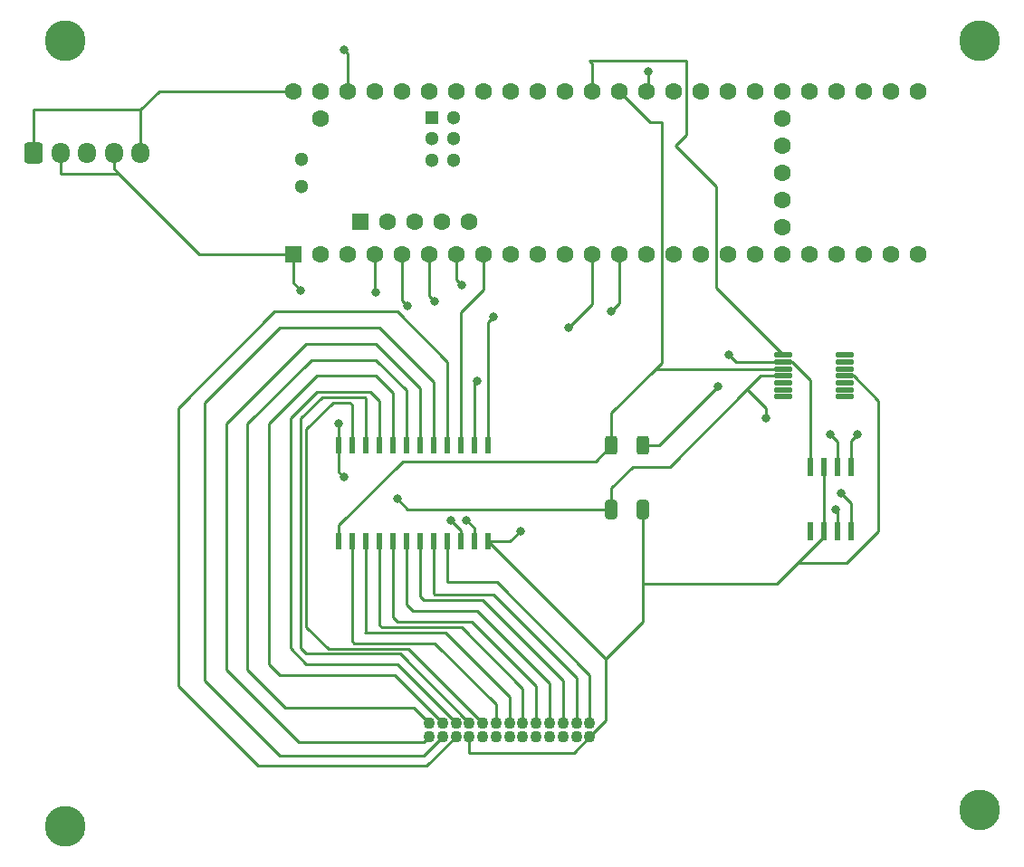
<source format=gbr>
%TF.GenerationSoftware,KiCad,Pcbnew,(6.0.1)*%
%TF.CreationDate,2022-04-12T22:30:48-05:00*%
%TF.ProjectId,singular_SIV,73696e67-756c-4617-925f-5349562e6b69,rev?*%
%TF.SameCoordinates,Original*%
%TF.FileFunction,Copper,L1,Top*%
%TF.FilePolarity,Positive*%
%FSLAX46Y46*%
G04 Gerber Fmt 4.6, Leading zero omitted, Abs format (unit mm)*
G04 Created by KiCad (PCBNEW (6.0.1)) date 2022-04-12 22:30:48*
%MOMM*%
%LPD*%
G01*
G04 APERTURE LIST*
G04 Aperture macros list*
%AMRoundRect*
0 Rectangle with rounded corners*
0 $1 Rounding radius*
0 $2 $3 $4 $5 $6 $7 $8 $9 X,Y pos of 4 corners*
0 Add a 4 corners polygon primitive as box body*
4,1,4,$2,$3,$4,$5,$6,$7,$8,$9,$2,$3,0*
0 Add four circle primitives for the rounded corners*
1,1,$1+$1,$2,$3*
1,1,$1+$1,$4,$5*
1,1,$1+$1,$6,$7*
1,1,$1+$1,$8,$9*
0 Add four rect primitives between the rounded corners*
20,1,$1+$1,$2,$3,$4,$5,0*
20,1,$1+$1,$4,$5,$6,$7,0*
20,1,$1+$1,$6,$7,$8,$9,0*
20,1,$1+$1,$8,$9,$2,$3,0*%
G04 Aperture macros list end*
%TA.AperFunction,ComponentPad*%
%ADD10RoundRect,0.250000X-0.600000X-0.725000X0.600000X-0.725000X0.600000X0.725000X-0.600000X0.725000X0*%
%TD*%
%TA.AperFunction,ComponentPad*%
%ADD11O,1.700000X1.950000*%
%TD*%
%TA.AperFunction,ComponentPad*%
%ADD12C,2.600000*%
%TD*%
%TA.AperFunction,ConnectorPad*%
%ADD13C,3.800000*%
%TD*%
%TA.AperFunction,ComponentPad*%
%ADD14C,1.100000*%
%TD*%
%TA.AperFunction,ComponentPad*%
%ADD15C,1.300000*%
%TD*%
%TA.AperFunction,ComponentPad*%
%ADD16C,1.600000*%
%TD*%
%TA.AperFunction,ComponentPad*%
%ADD17R,1.300000X1.300000*%
%TD*%
%TA.AperFunction,ComponentPad*%
%ADD18R,1.600000X1.600000*%
%TD*%
%TA.AperFunction,SMDPad,CuDef*%
%ADD19RoundRect,0.250000X-0.312500X-0.625000X0.312500X-0.625000X0.312500X0.625000X-0.312500X0.625000X0*%
%TD*%
%TA.AperFunction,SMDPad,CuDef*%
%ADD20RoundRect,0.020500X-0.764500X-0.184500X0.764500X-0.184500X0.764500X0.184500X-0.764500X0.184500X0*%
%TD*%
%TA.AperFunction,SMDPad,CuDef*%
%ADD21R,0.600000X1.750000*%
%TD*%
%TA.AperFunction,SMDPad,CuDef*%
%ADD22R,0.500000X1.500000*%
%TD*%
%TA.AperFunction,SMDPad,CuDef*%
%ADD23RoundRect,0.250000X-0.325000X-0.650000X0.325000X-0.650000X0.325000X0.650000X-0.325000X0.650000X0*%
%TD*%
%TA.AperFunction,ViaPad*%
%ADD24C,0.800000*%
%TD*%
%TA.AperFunction,Conductor*%
%ADD25C,0.250000*%
%TD*%
G04 APERTURE END LIST*
D10*
%TO.P,J2,1,Pin_1*%
%TO.N,5V*%
X46500000Y-72500000D03*
D11*
%TO.P,J2,2,Pin_2*%
%TO.N,GND*%
X49000000Y-72500000D03*
%TO.P,J2,3,Pin_3*%
%TO.N,unconnected-(J2-Pad3)*%
X51500000Y-72500000D03*
%TO.P,J2,4,Pin_4*%
%TO.N,GND*%
X54000000Y-72500000D03*
%TO.P,J2,5,Pin_5*%
%TO.N,5V*%
X56500000Y-72500000D03*
%TD*%
D12*
%TO.P,REF\u002A\u002A,1*%
%TO.N,N/C*%
X135000000Y-134000000D03*
D13*
X135000000Y-134000000D03*
%TD*%
D12*
%TO.P,REF\u002A\u002A,1*%
%TO.N,N/C*%
X135000000Y-62000000D03*
D13*
X135000000Y-62000000D03*
%TD*%
D12*
%TO.P,REF\u002A\u002A,1*%
%TO.N,N/C*%
X49500000Y-135500000D03*
D13*
X49500000Y-135500000D03*
%TD*%
%TO.P,REF\u002A\u002A,1*%
%TO.N,N/C*%
X49500000Y-62000000D03*
D12*
X49500000Y-62000000D03*
%TD*%
D14*
%TO.P,J1,26,26*%
%TO.N,I13*%
X83510000Y-127130000D03*
%TO.P,J1,25,25*%
%TO.N,I14*%
X84760000Y-127130000D03*
%TO.P,J1,24,24*%
%TO.N,I15*%
X86010000Y-127130000D03*
%TO.P,J1,23,23*%
%TO.N,GND*%
X87260000Y-127130000D03*
%TO.P,J1,22,22*%
%TO.N,unconnected-(J1-Pad22)*%
X88510000Y-127130000D03*
%TO.P,J1,21,21*%
%TO.N,unconnected-(J1-Pad21)*%
X89760000Y-127130000D03*
%TO.P,J1,20,20*%
%TO.N,unconnected-(J1-Pad20)*%
X91010000Y-127130000D03*
%TO.P,J1,19,19*%
%TO.N,unconnected-(J1-Pad19)*%
X92260000Y-127130000D03*
%TO.P,J1,18,18*%
%TO.N,unconnected-(J1-Pad18)*%
X93510000Y-127130000D03*
%TO.P,J1,17,17*%
%TO.N,unconnected-(J1-Pad17)*%
X94760000Y-127130000D03*
%TO.P,J1,16,16*%
%TO.N,unconnected-(J1-Pad16)*%
X96010000Y-127130000D03*
%TO.P,J1,15,15*%
%TO.N,unconnected-(J1-Pad15)*%
X97260000Y-127130000D03*
%TO.P,J1,14,14*%
%TO.N,GND*%
X98510000Y-127130000D03*
%TO.P,J1,13,13*%
%TO.N,I12*%
X83510000Y-125880000D03*
%TO.P,J1,12,12*%
%TO.N,I11*%
X84760000Y-125880000D03*
%TO.P,J1,11,11*%
%TO.N,I10*%
X86010000Y-125880000D03*
%TO.P,J1,10,10*%
%TO.N,I9*%
X87260000Y-125880000D03*
%TO.P,J1,9,9*%
%TO.N,I8*%
X88510000Y-125880000D03*
%TO.P,J1,8,8*%
%TO.N,I7*%
X89760000Y-125880000D03*
%TO.P,J1,7,7*%
%TO.N,I6*%
X91010000Y-125880000D03*
%TO.P,J1,6,6*%
%TO.N,I5*%
X92260000Y-125880000D03*
%TO.P,J1,5,5*%
%TO.N,I4*%
X93510000Y-125880000D03*
%TO.P,J1,4,4*%
%TO.N,I3*%
X94760000Y-125880000D03*
%TO.P,J1,3,3*%
%TO.N,I2*%
X96010000Y-125880000D03*
%TO.P,J1,2,2*%
%TO.N,I1*%
X97260000Y-125880000D03*
%TO.P,J1,1,1*%
%TO.N,I0*%
X98510000Y-125880000D03*
%TD*%
D15*
%TO.P,U1,66,D-*%
%TO.N,unconnected-(U1-Pad66)*%
X71530000Y-73110000D03*
%TO.P,U1,67,D+*%
%TO.N,unconnected-(U1-Pad67)*%
X71530000Y-75650000D03*
D16*
%TO.P,U1,54,ON_OFF*%
%TO.N,unconnected-(U1-Pad54)*%
X116520000Y-69300000D03*
%TO.P,U1,53,PROGRAM*%
%TO.N,unconnected-(U1-Pad53)*%
X116520000Y-71840000D03*
%TO.P,U1,52,GND*%
%TO.N,unconnected-(U1-Pad52)*%
X116520000Y-74380000D03*
%TO.P,U1,51,3V3*%
%TO.N,unconnected-(U1-Pad51)*%
X116520000Y-76920000D03*
%TO.P,U1,50,VBAT*%
%TO.N,unconnected-(U1-Pad50)*%
X116520000Y-79460000D03*
D15*
%TO.P,U1,62,T-*%
%TO.N,unconnected-(U1-Pad62)*%
X83770000Y-73198400D03*
%TO.P,U1,63,T+*%
%TO.N,unconnected-(U1-Pad63)*%
X85770000Y-73198400D03*
%TO.P,U1,64,GND*%
%TO.N,unconnected-(U1-Pad64)*%
X85770000Y-71198400D03*
%TO.P,U1,61,LED*%
%TO.N,unconnected-(U1-Pad61)*%
X83770000Y-71198400D03*
%TO.P,U1,65,R-*%
%TO.N,unconnected-(U1-Pad65)*%
X85770000Y-69198400D03*
D17*
%TO.P,U1,60,R+*%
%TO.N,unconnected-(U1-Pad60)*%
X83770000Y-69198400D03*
D16*
%TO.P,U1,17,25_A11_RX6_SDA2*%
%TO.N,unconnected-(U1-Pad17)*%
X111440000Y-82000000D03*
%TO.P,U1,18,26_A12_MOSI1*%
%TO.N,unconnected-(U1-Pad18)*%
X113980000Y-82000000D03*
%TO.P,U1,19,27_A13_SCK1*%
%TO.N,unconnected-(U1-Pad19)*%
X116520000Y-82000000D03*
%TO.P,U1,20,28_RX7*%
%TO.N,unconnected-(U1-Pad20)*%
X119060000Y-82000000D03*
%TO.P,U1,16,24_A10_TX6_SCL2*%
%TO.N,unconnected-(U1-Pad16)*%
X108900000Y-82000000D03*
%TO.P,U1,15,3V3*%
%TO.N,unconnected-(U1-Pad15)*%
X106360000Y-82000000D03*
%TO.P,U1,14,12_MISO_MQSL*%
%TO.N,unconnected-(U1-Pad14)*%
X103820000Y-82000000D03*
%TO.P,U1,21,29_TX7*%
%TO.N,unconnected-(U1-Pad21)*%
X121600000Y-82000000D03*
%TO.P,U1,22,30_CRX3*%
%TO.N,unconnected-(U1-Pad22)*%
X124140000Y-82000000D03*
%TO.P,U1,23,31_CTX3*%
%TO.N,unconnected-(U1-Pad23)*%
X126680000Y-82000000D03*
%TO.P,U1,24,32_OUT1B*%
%TO.N,unconnected-(U1-Pad24)*%
X129220000Y-82000000D03*
%TO.P,U1,25,33_MCLK2*%
%TO.N,unconnected-(U1-Pad25)*%
X129220000Y-66760000D03*
%TO.P,U1,26,34_RX8*%
%TO.N,unconnected-(U1-Pad26)*%
X126680000Y-66760000D03*
%TO.P,U1,27,35_TX8*%
%TO.N,unconnected-(U1-Pad27)*%
X124140000Y-66760000D03*
%TO.P,U1,28,36_CS*%
%TO.N,unconnected-(U1-Pad28)*%
X121600000Y-66760000D03*
%TO.P,U1,29,37_CS*%
%TO.N,unconnected-(U1-Pad29)*%
X119060000Y-66760000D03*
%TO.P,U1,30,38_CS1_IN1*%
%TO.N,unconnected-(U1-Pad30)*%
X116520000Y-66760000D03*
%TO.P,U1,31,39_MISO1_OUT1A*%
%TO.N,unconnected-(U1-Pad31)*%
X113980000Y-66760000D03*
%TO.P,U1,32,40_A16*%
%TO.N,unconnected-(U1-Pad32)*%
X111440000Y-66760000D03*
%TO.P,U1,33,41_A17*%
%TO.N,unconnected-(U1-Pad33)*%
X108900000Y-66760000D03*
%TO.P,U1,34,GND*%
%TO.N,unconnected-(U1-Pad34)*%
X106360000Y-66760000D03*
%TO.P,U1,13,11_MOSI_CTX1*%
%TO.N,MOSI*%
X101280000Y-82000000D03*
%TO.P,U1,12,10_CS_MQSR*%
%TO.N,CS*%
X98740000Y-82000000D03*
%TO.P,U1,11,9_OUT1C*%
%TO.N,unconnected-(U1-Pad11)*%
X96200000Y-82000000D03*
%TO.P,U1,10,8_TX2_IN1*%
%TO.N,unconnected-(U1-Pad10)*%
X93660000Y-82000000D03*
%TO.P,U1,9,7_RX2_OUT1A*%
%TO.N,unconnected-(U1-Pad9)*%
X91120000Y-82000000D03*
%TO.P,U1,8,6_OUT1D*%
%TO.N,EN*%
X88580000Y-82000000D03*
%TO.P,U1,7,5_IN2*%
%TO.N,SEL3*%
X86040000Y-82000000D03*
%TO.P,U1,6,4_BCLK2*%
%TO.N,SEL2*%
X83500000Y-82000000D03*
%TO.P,U1,5,3_LRCLK2*%
%TO.N,SEL1*%
X80960000Y-82000000D03*
%TO.P,U1,4,2_OUT2*%
%TO.N,SEL0*%
X78420000Y-82000000D03*
%TO.P,U1,3,1_TX1_CTX2_MISO1*%
%TO.N,unconnected-(U1-Pad3)*%
X75880000Y-82000000D03*
%TO.P,U1,2,0_RX1_CRX2_CS1*%
%TO.N,unconnected-(U1-Pad2)*%
X73340000Y-82000000D03*
D18*
%TO.P,U1,1,GND*%
%TO.N,GND*%
X70800000Y-82000000D03*
D16*
%TO.P,U1,35,13_SCK_LED*%
%TO.N,SCK*%
X103820000Y-66760000D03*
%TO.P,U1,36,14_A0_TX3_SPDIF_OUT*%
%TO.N,A0*%
X101280000Y-66760000D03*
%TO.P,U1,37,15_A1_RX3_SPDIF_IN*%
%TO.N,A1*%
X98740000Y-66760000D03*
%TO.P,U1,38,16_A2_RX4_SCL1*%
%TO.N,unconnected-(U1-Pad38)*%
X96200000Y-66760000D03*
%TO.P,U1,39,17_A3_TX4_SDA1*%
%TO.N,unconnected-(U1-Pad39)*%
X93660000Y-66760000D03*
%TO.P,U1,40,18_A4_SDA*%
%TO.N,unconnected-(U1-Pad40)*%
X91120000Y-66760000D03*
%TO.P,U1,41,19_A5_SCL*%
%TO.N,unconnected-(U1-Pad41)*%
X88580000Y-66760000D03*
%TO.P,U1,42,20_A6_TX5_LRCLK1*%
%TO.N,unconnected-(U1-Pad42)*%
X86040000Y-66760000D03*
%TO.P,U1,43,21_A7_RX5_BCLK1*%
%TO.N,unconnected-(U1-Pad43)*%
X83500000Y-66760000D03*
%TO.P,U1,44,22_A8_CTX1*%
%TO.N,unconnected-(U1-Pad44)*%
X80960000Y-66760000D03*
%TO.P,U1,45,23_A9_CRX1_MCLK1*%
%TO.N,unconnected-(U1-Pad45)*%
X78420000Y-66760000D03*
%TO.P,U1,46,3V3*%
%TO.N,VDD*%
X75880000Y-66760000D03*
%TO.P,U1,47,GND*%
%TO.N,unconnected-(U1-Pad47)*%
X73340000Y-66760000D03*
%TO.P,U1,48,VIN*%
%TO.N,5V*%
X70800000Y-66760000D03*
D18*
%TO.P,U1,55,5V*%
%TO.N,unconnected-(U1-Pad55)*%
X77099200Y-78949200D03*
D16*
%TO.P,U1,56,D-*%
%TO.N,unconnected-(U1-Pad56)*%
X79639200Y-78949200D03*
%TO.P,U1,57,D+*%
%TO.N,unconnected-(U1-Pad57)*%
X82179200Y-78949200D03*
%TO.P,U1,58,GND*%
%TO.N,unconnected-(U1-Pad58)*%
X84719200Y-78949200D03*
%TO.P,U1,59,GND*%
%TO.N,unconnected-(U1-Pad59)*%
X87259200Y-78949200D03*
%TO.P,U1,49,VUSB*%
%TO.N,unconnected-(U1-Pad49)*%
X73340000Y-69300000D03*
%TD*%
D19*
%TO.P,R1,2*%
%TO.N,Net-(DP1-Pad8)*%
X103472500Y-99880000D03*
%TO.P,R1,1*%
%TO.N,A0*%
X100547500Y-99880000D03*
%TD*%
D20*
%TO.P,O1,14,OUT4*%
%TO.N,unconnected-(O1-Pad14)*%
X122380000Y-91430000D03*
%TO.P,O1,13,IN-4*%
%TO.N,unconnected-(O1-Pad13)*%
X122380000Y-92080000D03*
%TO.P,O1,12,IN+4*%
%TO.N,unconnected-(O1-Pad12)*%
X122380000Y-92730000D03*
%TO.P,O1,11,GND*%
%TO.N,GND*%
X122380000Y-93380000D03*
%TO.P,O1,10,IN+3*%
%TO.N,unconnected-(O1-Pad10)*%
X122380000Y-94030000D03*
%TO.P,O1,9,IN-3*%
%TO.N,unconnected-(O1-Pad9)*%
X122380000Y-94680000D03*
%TO.P,O1,8,OUT3*%
%TO.N,unconnected-(O1-Pad8)*%
X122380000Y-95330000D03*
%TO.P,O1,7,OUT2*%
%TO.N,unconnected-(O1-Pad7)*%
X116640000Y-95330000D03*
%TO.P,O1,6,IN-2*%
%TO.N,unconnected-(O1-Pad6)*%
X116640000Y-94680000D03*
%TO.P,O1,5,IN+2*%
%TO.N,unconnected-(O1-Pad5)*%
X116640000Y-94030000D03*
%TO.P,O1,4,VS*%
%TO.N,VDD*%
X116640000Y-93380000D03*
%TO.P,O1,3,IN+1*%
%TO.N,A0*%
X116640000Y-92730000D03*
%TO.P,O1,2,IN-1*%
%TO.N,Net-(DP1-Pad8)*%
X116640000Y-92080000D03*
%TO.P,O1,1,OUT1*%
%TO.N,A1*%
X116640000Y-91430000D03*
%TD*%
D21*
%TO.P,DP1,1,B1*%
%TO.N,unconnected-(DP1-Pad1)*%
X119105000Y-107880000D03*
%TO.P,DP1,2,GND*%
%TO.N,GND*%
X120375000Y-107880000D03*
%TO.P,DP1,3,~{CS}*%
%TO.N,CS*%
X121645000Y-107880000D03*
%TO.P,DP1,4,SDI*%
%TO.N,MOSI*%
X122915000Y-107880000D03*
%TO.P,DP1,5,CLK*%
%TO.N,SCK*%
X122915000Y-101880000D03*
%TO.P,DP1,6,VDD*%
%TO.N,VDD*%
X121645000Y-101880000D03*
%TO.P,DP1,7,W1*%
%TO.N,GND*%
X120375000Y-101880000D03*
%TO.P,DP1,8,A1*%
%TO.N,Net-(DP1-Pad8)*%
X119105000Y-101880000D03*
%TD*%
D22*
%TO.P,DM1,24,VCC*%
%TO.N,VDD*%
X75025000Y-99880000D03*
%TO.P,DM1,23,I8*%
%TO.N,I8*%
X76295000Y-99880000D03*
%TO.P,DM1,22,I9*%
%TO.N,I9*%
X77565000Y-99880000D03*
%TO.P,DM1,21,I10*%
%TO.N,I10*%
X78835000Y-99880000D03*
%TO.P,DM1,20,I11*%
%TO.N,I11*%
X80105000Y-99880000D03*
%TO.P,DM1,19,I12*%
%TO.N,I12*%
X81375000Y-99880000D03*
%TO.P,DM1,18,I13*%
%TO.N,I13*%
X82645000Y-99880000D03*
%TO.P,DM1,17,I14*%
%TO.N,I14*%
X83915000Y-99880000D03*
%TO.P,DM1,16,I15*%
%TO.N,I15*%
X85185000Y-99880000D03*
%TO.P,DM1,15,~{E}*%
%TO.N,EN*%
X86455000Y-99880000D03*
%TO.P,DM1,14,S2*%
%TO.N,SEL2*%
X87725000Y-99880000D03*
%TO.P,DM1,13,S3*%
%TO.N,SEL3*%
X88995000Y-99880000D03*
%TO.P,DM1,12,GND*%
%TO.N,GND*%
X88995000Y-108880000D03*
%TO.P,DM1,11,S1*%
%TO.N,SEL1*%
X87725000Y-108880000D03*
%TO.P,DM1,10,S0*%
%TO.N,SEL0*%
X86455000Y-108880000D03*
%TO.P,DM1,9,I0*%
%TO.N,I0*%
X85185000Y-108880000D03*
%TO.P,DM1,8,I1*%
%TO.N,I1*%
X83915000Y-108880000D03*
%TO.P,DM1,7,I2*%
%TO.N,I2*%
X82645000Y-108880000D03*
%TO.P,DM1,6,I3*%
%TO.N,I3*%
X81375000Y-108880000D03*
%TO.P,DM1,5,I4*%
%TO.N,I4*%
X80105000Y-108880000D03*
%TO.P,DM1,4,I5*%
%TO.N,I5*%
X78835000Y-108880000D03*
%TO.P,DM1,3,I6*%
%TO.N,I6*%
X77565000Y-108880000D03*
%TO.P,DM1,2,I7*%
%TO.N,I7*%
X76295000Y-108880000D03*
%TO.P,DM1,1,OUT*%
%TO.N,A0*%
X75025000Y-108880000D03*
%TD*%
D23*
%TO.P,C1,2*%
%TO.N,GND*%
X103485000Y-105880000D03*
%TO.P,C1,1*%
%TO.N,VDD*%
X100535000Y-105880000D03*
%TD*%
D24*
%TO.N,SCK*%
X104010000Y-64880000D03*
X123510000Y-98880000D03*
%TO.N,MOSI*%
X122010000Y-104380000D03*
X100510000Y-87380000D03*
%TO.N,CS*%
X121510000Y-105880000D03*
X96510000Y-88880000D03*
%TO.N,VDD*%
X115010000Y-97380000D03*
X121010000Y-98880000D03*
%TO.N,Net-(DP1-Pad8)*%
X111510000Y-91380000D03*
X110510000Y-94380000D03*
%TO.N,GND*%
X71510000Y-85380000D03*
X92010000Y-107880000D03*
%TO.N,SEL1*%
X81510000Y-86880000D03*
X87010000Y-106880000D03*
%TO.N,SEL0*%
X78510000Y-85604500D03*
X85510000Y-106880000D03*
%TO.N,SEL3*%
X86510000Y-84880000D03*
X89510000Y-87880000D03*
%TO.N,SEL2*%
X88010000Y-93880000D03*
X84010000Y-86380000D03*
%TO.N,VDD*%
X75510000Y-102880000D03*
X80510000Y-104880000D03*
X75510000Y-62880000D03*
X75010000Y-97880000D03*
%TD*%
D25*
%TO.N,GND*%
X62000000Y-82000000D02*
X54500000Y-74500000D01*
X70800000Y-82000000D02*
X62000000Y-82000000D01*
X49000000Y-74500000D02*
X54500000Y-74500000D01*
X54500000Y-74500000D02*
X54000000Y-74000000D01*
X54000000Y-74000000D02*
X54000000Y-72500000D01*
X49000000Y-72500000D02*
X49000000Y-74500000D01*
%TO.N,5V*%
X58240000Y-66760000D02*
X56500000Y-68500000D01*
X70800000Y-66760000D02*
X58240000Y-66760000D01*
X46500000Y-68500000D02*
X56500000Y-68500000D01*
X56500000Y-68500000D02*
X56500000Y-72500000D01*
X46500000Y-72500000D02*
X46500000Y-68500000D01*
%TO.N,A0*%
X104174511Y-69654511D02*
X101280000Y-66760000D01*
X105235489Y-69654511D02*
X104174511Y-69654511D01*
X105235489Y-92154511D02*
X105235489Y-69654511D01*
X104660000Y-92730000D02*
X105235489Y-92154511D01*
%TO.N,SCK*%
X104010000Y-66570000D02*
X103820000Y-66760000D01*
X104010000Y-64880000D02*
X104010000Y-66570000D01*
X122915000Y-99475000D02*
X123510000Y-98880000D01*
X122915000Y-101880000D02*
X122915000Y-99475000D01*
%TO.N,MOSI*%
X101280000Y-86610000D02*
X101280000Y-82000000D01*
X100510000Y-87380000D02*
X101280000Y-86610000D01*
X122915000Y-105285000D02*
X122010000Y-104380000D01*
X122915000Y-107880000D02*
X122915000Y-105285000D01*
%TO.N,CS*%
X98740000Y-86650000D02*
X98740000Y-82000000D01*
X96510000Y-88880000D02*
X98740000Y-86650000D01*
X121645000Y-106015000D02*
X121510000Y-105880000D01*
X121645000Y-107880000D02*
X121645000Y-106015000D01*
%TO.N,VDD*%
X115010000Y-97380000D02*
X115010000Y-96380000D01*
X113260000Y-94630000D02*
X114510000Y-93380000D01*
X106010000Y-101880000D02*
X113260000Y-94630000D01*
X115010000Y-96380000D02*
X113260000Y-94630000D01*
X121645000Y-99515000D02*
X121010000Y-98880000D01*
X121645000Y-101880000D02*
X121645000Y-99515000D01*
%TO.N,Net-(DP1-Pad8)*%
X117426931Y-92080000D02*
X116640000Y-92080000D01*
X119105000Y-93758069D02*
X117426931Y-92080000D01*
X119105000Y-101880000D02*
X119105000Y-93758069D01*
%TO.N,GND*%
X125510000Y-95723069D02*
X123166931Y-93380000D01*
X125510000Y-107880000D02*
X125510000Y-95723069D01*
X117730000Y-111100000D02*
X120375000Y-108455000D01*
X117730000Y-111100000D02*
X117950000Y-110880000D01*
X117950000Y-110880000D02*
X122510000Y-110880000D01*
X122510000Y-110880000D02*
X125510000Y-107880000D01*
X123166931Y-93380000D02*
X122380000Y-93380000D01*
X115975000Y-112855000D02*
X117730000Y-111100000D01*
%TO.N,A1*%
X98740000Y-64110000D02*
X98740000Y-66760000D01*
X107510000Y-70880000D02*
X107510000Y-63880000D01*
X106510000Y-71880000D02*
X107510000Y-70880000D01*
X107510000Y-63880000D02*
X98510000Y-63880000D01*
X110315489Y-85105489D02*
X110315489Y-75685489D01*
X110315489Y-75685489D02*
X106510000Y-71880000D01*
X116640000Y-91430000D02*
X110315489Y-85105489D01*
X98510000Y-63880000D02*
X98740000Y-64110000D01*
%TO.N,VDD*%
X102510000Y-101880000D02*
X106010000Y-101880000D01*
X100510000Y-103880000D02*
X102510000Y-101880000D01*
X114510000Y-93380000D02*
X116640000Y-93380000D01*
X100510000Y-105855000D02*
X100510000Y-103880000D01*
X100535000Y-105880000D02*
X100510000Y-105855000D01*
%TO.N,Net-(DP1-Pad8)*%
X111510000Y-91380000D02*
X112210000Y-92080000D01*
X105010000Y-99880000D02*
X110510000Y-94380000D01*
X112210000Y-92080000D02*
X116640000Y-92080000D01*
X103472500Y-99880000D02*
X105010000Y-99880000D01*
%TO.N,A0*%
X100547500Y-96842500D02*
X104660000Y-92730000D01*
X104660000Y-92730000D02*
X116640000Y-92730000D01*
X100547500Y-99880000D02*
X100547500Y-96842500D01*
%TO.N,GND*%
X70800000Y-84670000D02*
X70800000Y-82000000D01*
X71510000Y-85380000D02*
X70800000Y-84670000D01*
%TO.N,SEL0*%
X78420000Y-82000000D02*
X78420000Y-85514500D01*
X78420000Y-85514500D02*
X78510000Y-85604500D01*
%TO.N,GND*%
X91010000Y-108880000D02*
X92010000Y-107880000D01*
X88995000Y-108880000D02*
X91010000Y-108880000D01*
%TO.N,SEL1*%
X80960000Y-86330000D02*
X80960000Y-82000000D01*
X81510000Y-86880000D02*
X80960000Y-86330000D01*
X87725000Y-107595000D02*
X87010000Y-106880000D01*
X87725000Y-108880000D02*
X87725000Y-107595000D01*
%TO.N,SEL0*%
X86455000Y-107825000D02*
X85510000Y-106880000D01*
X86455000Y-108880000D02*
X86455000Y-107825000D01*
%TO.N,SEL3*%
X86510000Y-84880000D02*
X86040000Y-84410000D01*
X88995000Y-88395000D02*
X89510000Y-87880000D01*
X86040000Y-84410000D02*
X86040000Y-82000000D01*
X88995000Y-99880000D02*
X88995000Y-88395000D01*
%TO.N,SEL2*%
X83500000Y-85870000D02*
X83500000Y-82000000D01*
X84010000Y-86380000D02*
X83500000Y-85870000D01*
X87725000Y-94165000D02*
X88010000Y-93880000D01*
X87725000Y-99880000D02*
X87725000Y-94165000D01*
%TO.N,EN*%
X88580000Y-85310000D02*
X88580000Y-82000000D01*
X86455000Y-87435000D02*
X88580000Y-85310000D01*
X86455000Y-99880000D02*
X86455000Y-87435000D01*
%TO.N,VDD*%
X75025000Y-102395000D02*
X75025000Y-99880000D01*
X75510000Y-102880000D02*
X75025000Y-102395000D01*
X82510000Y-105880000D02*
X81510000Y-105880000D01*
X100535000Y-105880000D02*
X82510000Y-105880000D01*
X81510000Y-105880000D02*
X80510000Y-104880000D01*
%TO.N,A0*%
X99047500Y-101380000D02*
X100547500Y-99880000D01*
X81010000Y-101380000D02*
X99047500Y-101380000D01*
X75025000Y-107365000D02*
X81010000Y-101380000D01*
X75025000Y-108880000D02*
X75025000Y-107365000D01*
%TO.N,VDD*%
X75880000Y-63250000D02*
X75880000Y-66760000D01*
X75510000Y-62880000D02*
X75880000Y-63250000D01*
X75025000Y-99880000D02*
X75025000Y-97895000D01*
X75025000Y-97895000D02*
X75010000Y-97880000D01*
%TO.N,GND*%
X120375000Y-101880000D02*
X120375000Y-107880000D01*
X103485000Y-112855000D02*
X115975000Y-112855000D01*
X103485000Y-112855000D02*
X103485000Y-105880000D01*
X120375000Y-108455000D02*
X120375000Y-107880000D01*
X103485000Y-116420000D02*
X103485000Y-112855000D01*
X100010000Y-119895000D02*
X103485000Y-116420000D01*
X100010000Y-119895000D02*
X88995000Y-108880000D01*
X100010000Y-125630000D02*
X100010000Y-119895000D01*
X98510000Y-127130000D02*
X100010000Y-125630000D01*
X97010000Y-128630000D02*
X98510000Y-127130000D01*
X87260000Y-128630000D02*
X97010000Y-128630000D01*
X87260000Y-127130000D02*
X87260000Y-128630000D01*
%TO.N,I9*%
X77565000Y-95435000D02*
X77565000Y-99880000D01*
X77510000Y-95380000D02*
X77565000Y-95435000D01*
X73510000Y-95380000D02*
X77510000Y-95380000D01*
X71510000Y-97380000D02*
X73510000Y-95380000D01*
X71510000Y-118880000D02*
X71510000Y-97380000D01*
X72010000Y-119380000D02*
X71510000Y-118880000D01*
X80760000Y-119380000D02*
X72010000Y-119380000D01*
X87260000Y-125880000D02*
X80760000Y-119380000D01*
%TO.N,I8*%
X76080000Y-95880000D02*
X76295000Y-96095000D01*
X72010000Y-98380000D02*
X74510000Y-95880000D01*
X74060489Y-118930489D02*
X72010000Y-116880000D01*
X81560489Y-118930489D02*
X74060489Y-118930489D01*
X72010000Y-116880000D02*
X72010000Y-98380000D01*
X88510000Y-125880000D02*
X81560489Y-118930489D01*
X76295000Y-96095000D02*
X76295000Y-99880000D01*
X74510000Y-95880000D02*
X76080000Y-95880000D01*
%TO.N,I15*%
X85185000Y-92055000D02*
X85185000Y-99880000D01*
X80510000Y-87380000D02*
X85185000Y-92055000D01*
X60010000Y-122380000D02*
X60010000Y-96380000D01*
X60010000Y-96380000D02*
X69010000Y-87380000D01*
X67510000Y-129880000D02*
X60010000Y-122380000D01*
X83260000Y-129880000D02*
X67510000Y-129880000D01*
X86010000Y-127130000D02*
X83260000Y-129880000D01*
%TO.N,I14*%
X83915000Y-93920704D02*
X83915000Y-99880000D01*
X78874296Y-88880000D02*
X83915000Y-93920704D01*
X69510000Y-88880000D02*
X78874296Y-88880000D01*
%TO.N,I15*%
X69010000Y-87380000D02*
X80510000Y-87380000D01*
%TO.N,I14*%
X62510000Y-95880000D02*
X69510000Y-88880000D01*
X62510000Y-121880000D02*
X62510000Y-95880000D01*
X84760000Y-127130000D02*
X83010000Y-128880000D01*
X83010000Y-128880000D02*
X69510000Y-128880000D01*
X69510000Y-128880000D02*
X62510000Y-121880000D01*
%TO.N,I13*%
X64510000Y-97880000D02*
X72010000Y-90380000D01*
X72010000Y-90380000D02*
X78510000Y-90380000D01*
X71310000Y-127680000D02*
X64510000Y-120880000D01*
X82960000Y-127680000D02*
X71310000Y-127680000D01*
X78510000Y-90380000D02*
X82645000Y-94515000D01*
X83510000Y-127130000D02*
X82960000Y-127680000D01*
X64510000Y-120880000D02*
X64510000Y-97880000D01*
X82645000Y-94515000D02*
X82645000Y-99880000D01*
%TO.N,I12*%
X66510000Y-97880000D02*
X72510000Y-91880000D01*
X81375000Y-94745000D02*
X81375000Y-99880000D01*
X66510000Y-120880000D02*
X66510000Y-97880000D01*
X70035479Y-124405479D02*
X66510000Y-120880000D01*
X82035479Y-124405479D02*
X70035479Y-124405479D01*
X72510000Y-91880000D02*
X78510000Y-91880000D01*
X83510000Y-125880000D02*
X82035479Y-124405479D01*
X78510000Y-91880000D02*
X81375000Y-94745000D01*
%TO.N,I11*%
X80105000Y-94975000D02*
X80105000Y-99880000D01*
X78510000Y-93380000D02*
X80105000Y-94975000D01*
X68510000Y-97880000D02*
X73010000Y-93380000D01*
X68510000Y-120380000D02*
X68510000Y-97880000D01*
X69510000Y-121380000D02*
X68510000Y-120380000D01*
X73010000Y-93380000D02*
X78510000Y-93380000D01*
X80260000Y-121380000D02*
X69510000Y-121380000D01*
X84760000Y-125880000D02*
X80260000Y-121380000D01*
%TO.N,I10*%
X78835000Y-95705000D02*
X78835000Y-99880000D01*
X78010000Y-94880000D02*
X78835000Y-95705000D01*
X73010000Y-94880000D02*
X78010000Y-94880000D01*
X70510000Y-97380000D02*
X73010000Y-94880000D01*
X70510000Y-118880000D02*
X70510000Y-97380000D01*
X72010000Y-120380000D02*
X70510000Y-118880000D01*
X80510000Y-120380000D02*
X72010000Y-120380000D01*
X86010000Y-125880000D02*
X80510000Y-120380000D01*
%TO.N,I7*%
X76510000Y-118380000D02*
X76295000Y-118165000D01*
X84010000Y-118380000D02*
X76510000Y-118380000D01*
X89760000Y-124130000D02*
X84010000Y-118380000D01*
X89760000Y-125880000D02*
X89760000Y-124130000D01*
X76295000Y-118165000D02*
X76295000Y-108880000D01*
%TO.N,I6*%
X77565000Y-117325000D02*
X77565000Y-108880000D01*
X77510000Y-117380000D02*
X77565000Y-117325000D01*
X85010000Y-117380000D02*
X77510000Y-117380000D01*
X91010000Y-123380000D02*
X85010000Y-117380000D01*
%TO.N,I5*%
X92260000Y-122630000D02*
X86560489Y-116930489D01*
%TO.N,I6*%
X91010000Y-125880000D02*
X91010000Y-123380000D01*
%TO.N,I5*%
X86560489Y-116930489D02*
X79060489Y-116930489D01*
X92260000Y-125880000D02*
X92260000Y-122630000D01*
X79060489Y-116930489D02*
X78835000Y-116705000D01*
X78835000Y-116705000D02*
X78835000Y-108880000D01*
%TO.N,I4*%
X80105000Y-115975000D02*
X80105000Y-108880000D01*
X80510000Y-116380000D02*
X80105000Y-115975000D01*
X87510000Y-116380000D02*
X80510000Y-116380000D01*
X93510000Y-122380000D02*
X87510000Y-116380000D01*
X93510000Y-125880000D02*
X93510000Y-122380000D01*
%TO.N,I3*%
X82010000Y-115380000D02*
X81375000Y-114745000D01*
X88010000Y-115380000D02*
X82010000Y-115380000D01*
X81375000Y-114745000D02*
X81375000Y-108880000D01*
X94760000Y-122130000D02*
X88010000Y-115380000D01*
X94760000Y-125880000D02*
X94760000Y-122130000D01*
%TO.N,I2*%
X88510000Y-114380000D02*
X83010000Y-114380000D01*
X83010000Y-114380000D02*
X82645000Y-114015000D01*
X96010000Y-121880000D02*
X88510000Y-114380000D01*
X82645000Y-114015000D02*
X82645000Y-108880000D01*
X96010000Y-125880000D02*
X96010000Y-121880000D01*
%TO.N,I0*%
X98510000Y-121380000D02*
X98510000Y-125880000D01*
X89835000Y-112705000D02*
X98510000Y-121380000D01*
X85185000Y-112705000D02*
X89835000Y-112705000D01*
X85185000Y-108880000D02*
X85185000Y-112705000D01*
%TO.N,I1*%
X83915000Y-113785000D02*
X83915000Y-108880000D01*
X84010000Y-113880000D02*
X83915000Y-113785000D01*
X89510000Y-113880000D02*
X84010000Y-113880000D01*
X97260000Y-121630000D02*
X89510000Y-113880000D01*
X97260000Y-125880000D02*
X97260000Y-121630000D01*
%TD*%
M02*

</source>
